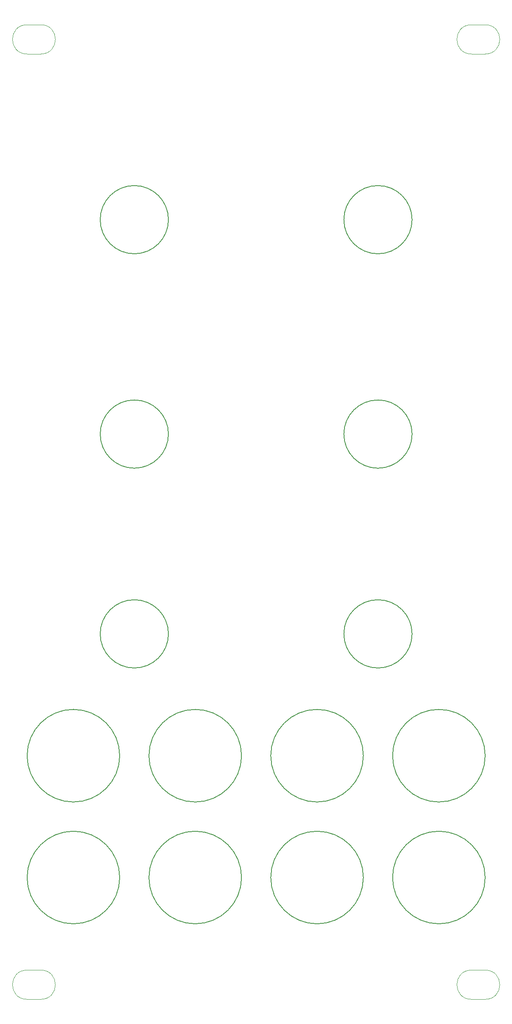
<source format=gbr>
G04 #@! TF.GenerationSoftware,KiCad,Pcbnew,7.0.1-3b83917a11~171~ubuntu22.04.1*
G04 #@! TF.CreationDate,2023-03-14T16:36:31-04:00*
G04 #@! TF.ProjectId,mfos_vca-panel,6d666f73-5f76-4636-912d-70616e656c2e,rev?*
G04 #@! TF.SameCoordinates,Original*
G04 #@! TF.FileFunction,Other,Comment*
%FSLAX46Y46*%
G04 Gerber Fmt 4.6, Leading zero omitted, Abs format (unit mm)*
G04 Created by KiCad (PCBNEW 7.0.1-3b83917a11~171~ubuntu22.04.1) date 2023-03-14 16:36:31*
%MOMM*%
%LPD*%
G01*
G04 APERTURE LIST*
%ADD10C,0.150000*%
%ADD11C,0.120000*%
G04 APERTURE END LIST*
D10*
G04 #@! TO.C,H6*
X99000000Y-46000000D02*
G75*
G03*
X99000000Y-46000000I-7000000J0D01*
G01*
D11*
G04 #@! TO.C,H4*
X20000000Y-6000000D02*
X22800000Y-6000000D01*
X20000000Y-12000000D02*
X22800000Y-12000000D01*
X20000000Y-200000000D02*
X22800000Y-200000000D01*
X20000000Y-206000000D02*
X22800000Y-206000000D01*
X20000000Y-6000000D02*
G75*
G03*
X20000000Y-12000000I0J-3000000D01*
G01*
X20000000Y-200000000D02*
G75*
G03*
X20000000Y-206000000I0J-3000000D01*
G01*
X22800000Y-12000000D02*
G75*
G03*
X22800000Y-6000000I0J3000000D01*
G01*
X22800000Y-206000000D02*
G75*
G03*
X22800000Y-200000000I0J3000000D01*
G01*
D10*
G04 #@! TO.C,H7*
X99000000Y-131000000D02*
G75*
G03*
X99000000Y-131000000I-7000000J0D01*
G01*
G04 #@! TO.C,H16*
X114000000Y-181000000D02*
G75*
G03*
X114000000Y-181000000I-9500000J0D01*
G01*
G04 #@! TO.C,H2*
X49000000Y-131000000D02*
G75*
G03*
X49000000Y-131000000I-7000000J0D01*
G01*
G04 #@! TO.C,H9*
X64000000Y-156000000D02*
G75*
G03*
X64000000Y-156000000I-9500000J0D01*
G01*
D11*
G04 #@! TO.C,H8*
X114000000Y-206000000D02*
X111200000Y-206000000D01*
X114000000Y-200000000D02*
X111200000Y-200000000D01*
X114000000Y-12000000D02*
X111200000Y-12000000D01*
X114000000Y-6000000D02*
X111200000Y-6000000D01*
X114000000Y-206000000D02*
G75*
G03*
X114000000Y-200000000I0J3000000D01*
G01*
X114000000Y-12000000D02*
G75*
G03*
X114000000Y-6000000I0J3000000D01*
G01*
X111200000Y-200000000D02*
G75*
G03*
X111200000Y-206000000I0J-3000000D01*
G01*
X111200000Y-6000000D02*
G75*
G03*
X111200000Y-12000000I0J-3000000D01*
G01*
D10*
G04 #@! TO.C,H15*
X114000000Y-156000000D02*
G75*
G03*
X114000000Y-156000000I-9500000J0D01*
G01*
G04 #@! TO.C,H14*
X89000000Y-181000000D02*
G75*
G03*
X89000000Y-181000000I-9500000J0D01*
G01*
G04 #@! TO.C,H5*
X39000000Y-181000000D02*
G75*
G03*
X39000000Y-181000000I-9500000J0D01*
G01*
G04 #@! TO.C,H10*
X49000000Y-90000000D02*
G75*
G03*
X49000000Y-90000000I-7000000J0D01*
G01*
G04 #@! TO.C,H13*
X89000000Y-156000000D02*
G75*
G03*
X89000000Y-156000000I-9500000J0D01*
G01*
G04 #@! TO.C,H11*
X64000000Y-181000000D02*
G75*
G03*
X64000000Y-181000000I-9500000J0D01*
G01*
G04 #@! TO.C,H12*
X99000000Y-90000000D02*
G75*
G03*
X99000000Y-90000000I-7000000J0D01*
G01*
G04 #@! TO.C,H1*
X49000000Y-46000000D02*
G75*
G03*
X49000000Y-46000000I-7000000J0D01*
G01*
G04 #@! TO.C,H3*
X39000000Y-156000000D02*
G75*
G03*
X39000000Y-156000000I-9500000J0D01*
G01*
G04 #@! TD*
M02*

</source>
